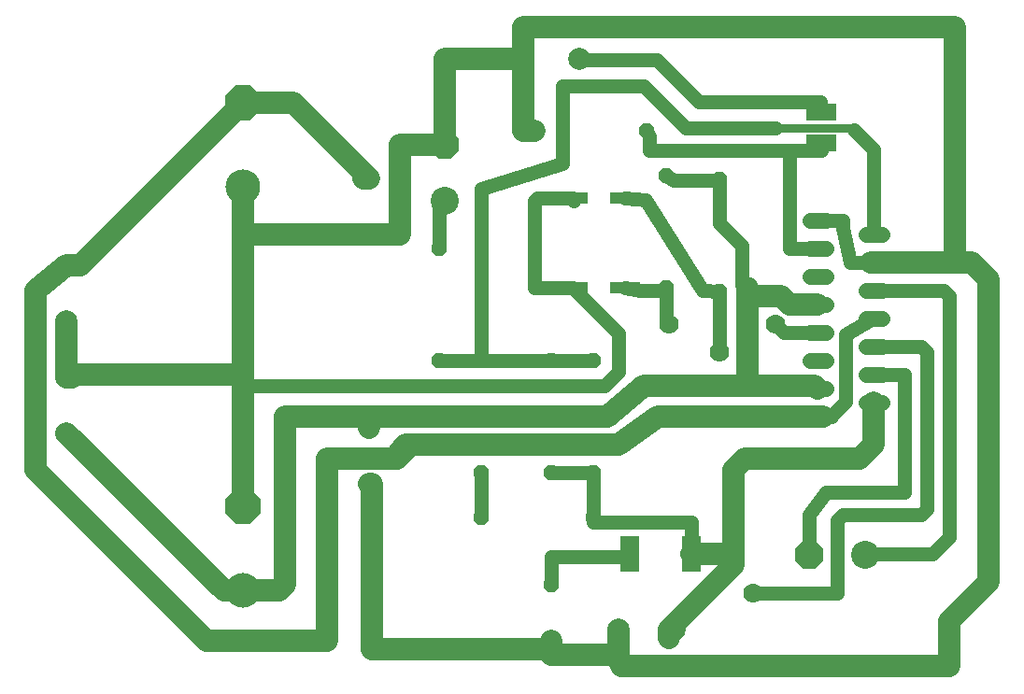
<source format=gbr>
G75*
%MOMM*%
%OFA0B0*%
%FSLAX33Y33*%
%IPPOS*%
%LPD*%
%AMOC8*
5,1,8,0,0,1.08239X$1,22.5*
%
%ADD10C,3.150*%
%ADD11OC8,3.150*%
%ADD12R,2.800X1.000*%
%ADD13OC8,1.321*%
%ADD14C,2.540*%
%ADD15OC8,2.540*%
%ADD16R,1.800X3.200*%
%ADD17C,1.422*%
%ADD18C,2.000*%
%ADD19R,2.700X1.600*%
%ADD20C,1.270*%
%ADD21C,2.032*%
%ADD22C,0.097*%
%ADD23C,0.762*%
%ADD24C,1.778*%
D10*
X20574Y08636D03*
X20574Y45212D03*
D11*
X20574Y52832D03*
X20574Y16256D03*
D12*
X50482Y36068D03*
X55182Y36068D03*
X55182Y44196D03*
X50482Y44196D03*
D13*
X58928Y46253D03*
X63754Y45949D03*
X57150Y50292D03*
X46990Y50292D03*
X38354Y39624D03*
X31496Y40894D03*
X31496Y45974D03*
X38354Y29464D03*
X42164Y29464D03*
X48514Y29489D03*
X52324Y29464D03*
X58928Y36093D03*
X63754Y35789D03*
X52324Y19304D03*
X48514Y19329D03*
X42164Y19304D03*
X42164Y15240D03*
X48514Y09144D03*
X48514Y04064D03*
X52324Y15240D03*
X32004Y18288D03*
X32004Y23368D03*
D14*
X38862Y43942D03*
X76911Y11887D03*
D15*
X71831Y11887D03*
X38862Y49022D03*
D16*
X55620Y11938D03*
X61220Y11938D03*
D17*
X71933Y24384D02*
X73355Y24384D01*
X73355Y26924D02*
X71933Y26924D01*
X71933Y29464D02*
X73355Y29464D01*
X77013Y28194D02*
X78435Y28194D01*
X78435Y25654D02*
X77013Y25654D01*
X77013Y30734D02*
X78435Y30734D01*
X78435Y33274D02*
X77013Y33274D01*
X77013Y35814D02*
X78435Y35814D01*
X78435Y38354D02*
X77013Y38354D01*
X77013Y40894D02*
X78435Y40894D01*
X73355Y39624D02*
X71933Y39624D01*
X71933Y37084D02*
X73355Y37084D01*
X73355Y34544D02*
X71933Y34544D01*
X71933Y32004D02*
X73355Y32004D01*
X73355Y42164D02*
X71933Y42164D01*
D18*
X51075Y56871D03*
X45995Y56871D03*
X04597Y38121D03*
X04597Y33041D03*
X04597Y27961D03*
X04597Y22881D03*
X54589Y05105D03*
X59669Y05105D03*
D19*
X72949Y49197D03*
X72949Y51997D03*
D20*
X72898Y52959D01*
X61849Y52959D01*
X58039Y56769D01*
X51689Y56769D01*
X51075Y56871D01*
X49530Y54356D02*
X49530Y47371D01*
X42164Y45085D01*
X42164Y29464D01*
X48514Y29464D01*
X48514Y29489D01*
X48514Y29464D02*
X52324Y29464D01*
X54610Y28448D02*
X54610Y31940D01*
X50482Y36068D01*
X46990Y36068D01*
X46990Y43942D01*
X47244Y44196D01*
X50292Y44196D01*
X50546Y43942D01*
X50546Y44132D01*
X50482Y44196D01*
X55182Y44196D02*
X57023Y44069D01*
X62230Y35814D01*
X63754Y35789D01*
X63754Y30226D01*
X59182Y32766D02*
X58928Y33020D01*
X58928Y35814D01*
X58928Y36093D01*
X58928Y36195D01*
X58928Y35814D02*
X56515Y35814D01*
X55182Y36068D01*
X63754Y41910D02*
X65786Y39878D01*
X65786Y36322D01*
X66294Y35814D01*
X68834Y32766D02*
X69596Y32004D01*
X72644Y32004D01*
X75184Y31877D02*
X77597Y33274D01*
X77724Y33274D01*
X75184Y31877D02*
X75184Y25781D01*
X73914Y24511D01*
X73914Y24384D01*
X73152Y24384D01*
X72644Y24384D01*
X77724Y28194D02*
X80518Y28194D01*
X80518Y17526D01*
X73406Y17526D01*
X71882Y15494D01*
X71882Y12344D01*
X71831Y11887D01*
X74422Y14986D02*
X74422Y08382D01*
X66802Y08382D01*
X61220Y11938D02*
X61214Y12319D01*
X61214Y14859D01*
X52324Y14859D01*
X52324Y15240D01*
X52324Y19304D01*
X48514Y19304D01*
X48514Y19329D01*
X42164Y19304D02*
X42164Y15240D01*
X48514Y11684D02*
X48514Y09144D01*
X48514Y11684D02*
X55499Y11684D01*
X55620Y11938D01*
X74422Y14986D02*
X74930Y15494D01*
X82042Y15494D01*
X82550Y16002D01*
X82550Y30226D01*
X82042Y30734D01*
X77724Y30734D01*
X77724Y35814D02*
X84074Y35814D01*
X84582Y35306D01*
X84582Y13462D01*
X83058Y11938D01*
X76962Y11938D01*
X76911Y11887D01*
X54610Y28448D02*
X53340Y27178D01*
X20574Y27178D01*
X38354Y29464D02*
X42164Y29464D01*
X38354Y39624D02*
X38354Y43434D01*
X38862Y43942D01*
X49530Y54356D02*
X56896Y54356D01*
X60706Y50546D01*
X68834Y50546D01*
X70104Y48514D02*
X70104Y39624D01*
X72644Y39624D01*
X74930Y41529D02*
X75565Y38354D01*
X77470Y38354D01*
X77724Y38354D01*
X77724Y40894D02*
X77724Y48641D01*
X75946Y50419D01*
X72949Y49197D02*
X72949Y48565D01*
X72898Y48514D01*
X70104Y48514D01*
X57404Y48514D01*
X57404Y49784D01*
X57150Y50292D01*
X58928Y46253D02*
X59563Y45847D01*
X63754Y45847D01*
X63754Y45949D01*
X63754Y45847D02*
X63754Y41910D01*
X72644Y42164D02*
X74930Y42164D01*
X74930Y41529D01*
D21*
X17272Y04064D02*
X01778Y19558D01*
X01778Y35810D01*
X04597Y38121D01*
X05863Y38121D01*
X20574Y52832D01*
X25146Y52832D01*
X32004Y45974D01*
X31496Y45974D01*
X34798Y49022D02*
X34798Y40894D01*
X31496Y40894D01*
X20574Y40894D01*
X20574Y45212D01*
X20574Y40894D02*
X20574Y28194D01*
X20574Y27178D01*
X20574Y16256D01*
X28194Y20574D02*
X28194Y04064D01*
X17272Y04064D01*
X18842Y08636D02*
X04597Y22881D01*
X04597Y27961D02*
X05101Y27961D01*
X05334Y28194D01*
X20574Y28194D01*
X24384Y24384D02*
X32004Y24384D01*
X53594Y24384D01*
X56896Y27178D01*
X66294Y27178D01*
X66294Y35306D01*
X69342Y35306D01*
X70104Y34544D01*
X72644Y34544D01*
X77470Y38354D02*
X85090Y38354D01*
X86614Y38354D01*
X88138Y36830D01*
X88138Y09398D01*
X84582Y05842D01*
X84582Y01778D01*
X55118Y01778D01*
X54589Y02307D01*
X54589Y05105D01*
X54610Y02794D02*
X48514Y02794D01*
X48514Y03302D01*
X48514Y04064D01*
X48514Y03302D02*
X32258Y03302D01*
X32258Y18288D01*
X32004Y18288D01*
X34290Y20574D02*
X28194Y20574D01*
X32004Y23368D02*
X32004Y24384D01*
X35306Y21844D02*
X34544Y20574D01*
X34290Y20574D01*
X35306Y21844D01*
X35306Y21336D01*
X34544Y20574D01*
X35306Y21844D02*
X54610Y21844D01*
X58166Y24384D01*
X73152Y24384D01*
X72644Y26924D02*
X72390Y27178D01*
X66294Y27178D01*
X66040Y20574D02*
X65024Y19558D01*
X65024Y11938D01*
X61220Y11938D01*
X65024Y11938D02*
X65024Y10922D01*
X59182Y05080D01*
X59182Y04318D01*
X55118Y01778D02*
X54885Y01778D01*
X66040Y20574D02*
X76454Y20574D01*
X77724Y21844D01*
X77724Y25654D01*
X66294Y35306D02*
X66294Y35814D01*
X66294Y36068D01*
X85090Y38354D02*
X85090Y59690D01*
X45995Y59690D01*
X45995Y56871D01*
X45995Y50292D01*
X46990Y50292D01*
X38862Y49022D02*
X38862Y56871D01*
X45995Y56871D01*
X38862Y49022D02*
X34798Y49022D01*
X04597Y33041D02*
X04597Y27961D01*
X24384Y24384D02*
X24384Y09144D01*
X23876Y08636D01*
X20574Y08636D01*
X18842Y08636D01*
D22*
X59182Y04318D02*
X59669Y04805D01*
X59669Y05105D01*
D23*
X68834Y50546D02*
X75819Y50546D01*
X75946Y50419D01*
D24*
X68834Y32766D03*
X63754Y30226D03*
X59182Y32766D03*
X66802Y08382D03*
M02*

</source>
